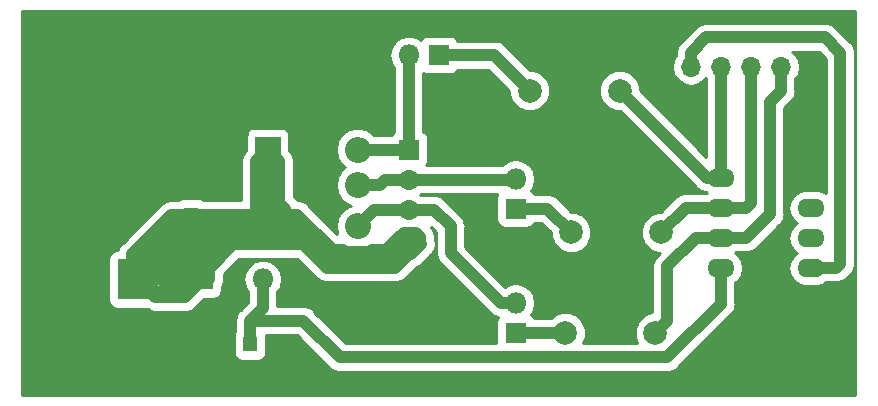
<source format=gbr>
G04 #@! TF.GenerationSoftware,KiCad,Pcbnew,(5.0.0-rc2-dev-493-gd776eaca8)*
G04 #@! TF.CreationDate,2018-06-12T16:33:06-03:00*
G04 #@! TF.ProjectId,HDDriver,48444472697665722E6B696361645F70,rev?*
G04 #@! TF.SameCoordinates,PX6052340PY57bcf00*
G04 #@! TF.FileFunction,Copper,L2,Bot,Signal*
G04 #@! TF.FilePolarity,Positive*
%FSLAX46Y46*%
G04 Gerber Fmt 4.6, Leading zero omitted, Abs format (unit mm)*
G04 Created by KiCad (PCBNEW (5.0.0-rc2-dev-493-gd776eaca8)) date Tue Jun 12 16:33:06 2018*
%MOMM*%
%LPD*%
G01*
G04 APERTURE LIST*
%ADD10C,1.300000*%
%ADD11R,1.300000X1.300000*%
%ADD12R,3.500000X3.500000*%
%ADD13R,2.200000X2.200000*%
%ADD14O,2.200000X2.200000*%
%ADD15O,1.700000X1.700000*%
%ADD16R,1.700000X1.700000*%
%ADD17C,1.998980*%
%ADD18O,2.300000X1.600000*%
%ADD19R,1.800000X1.800000*%
%ADD20O,1.800000X1.800000*%
%ADD21C,1.000000*%
%ADD22C,0.254000*%
G04 APERTURE END LIST*
D10*
X15000000Y19500000D03*
D11*
X15000000Y16000000D03*
X20000000Y5000000D03*
D10*
X22500000Y5000000D03*
D12*
X10500000Y10500000D03*
X4500000Y10500000D03*
X7500000Y5800000D03*
D13*
X21500000Y21500000D03*
D14*
X29120000Y21500000D03*
X29120000Y18500000D03*
D13*
X21500000Y18500000D03*
X21500000Y15000000D03*
D14*
X29120000Y15000000D03*
D15*
X57340000Y28500000D03*
X59880000Y28500000D03*
X62420000Y28500000D03*
X64960000Y28500000D03*
D16*
X67500000Y28500000D03*
X33500000Y21500000D03*
D15*
X33500000Y18960000D03*
X33500000Y16420000D03*
X33500000Y13880000D03*
D17*
X43690000Y26500000D03*
X51310000Y26500000D03*
X54810000Y14500000D03*
X47190000Y14500000D03*
X46690000Y6000000D03*
X54310000Y6000000D03*
D18*
X67500000Y11500000D03*
X67500000Y14040000D03*
X67500000Y16580000D03*
X67500000Y19120000D03*
X59880000Y19120000D03*
X59880000Y16580000D03*
X59880000Y14040000D03*
X59880000Y11500000D03*
D19*
X16000000Y10500000D03*
D20*
X18540000Y10500000D03*
X21080000Y10500000D03*
D19*
X36000000Y29500000D03*
D20*
X33460000Y29500000D03*
X30920000Y29500000D03*
X42500000Y21580000D03*
X42500000Y19040000D03*
D19*
X42500000Y16500000D03*
X42500000Y6000000D03*
D20*
X42500000Y8540000D03*
X42500000Y11080000D03*
D21*
X10250000Y5800000D02*
X7500000Y5800000D01*
X15112792Y5800000D02*
X10250000Y5800000D01*
X18540000Y9227208D02*
X15112792Y5800000D01*
X18540000Y10500000D02*
X18540000Y9227208D01*
X67500000Y19120000D02*
X67500000Y28500000D01*
X16000000Y10500000D02*
X15000000Y10500000D01*
X15000000Y10500000D02*
X10500000Y10500000D01*
X21500000Y18000000D02*
X21500000Y21500000D01*
X24000000Y15000000D02*
X21500000Y15000000D01*
X27000000Y12000000D02*
X24000000Y15000000D01*
X33500000Y13880000D02*
X33500000Y12677919D01*
X31620000Y12000000D02*
X27000000Y12000000D01*
X33500000Y13880000D02*
X31620000Y12000000D01*
X22000000Y16000000D02*
X21500000Y16500000D01*
X27000000Y13000000D02*
X24000000Y16000000D01*
X34436001Y13563999D02*
X34436001Y14063999D01*
X34500000Y13500000D02*
X34436001Y13563999D01*
X32560002Y14000000D02*
X32500000Y14000000D01*
X21500000Y15000000D02*
X21500000Y16500000D01*
X33677919Y12677919D02*
X34500000Y13500000D01*
X31500000Y13000000D02*
X30376002Y13000000D01*
X33500000Y12677919D02*
X33677919Y12677919D01*
X34436001Y14063999D02*
X34030001Y14469999D01*
X32500000Y14000000D02*
X31500000Y13000000D01*
X21500000Y16500000D02*
X21500000Y18000000D01*
X34030001Y14469999D02*
X33030001Y14469999D01*
X33030001Y14469999D02*
X32560002Y14000000D01*
X30176001Y12799999D02*
X28063999Y12799999D01*
X30376002Y13000000D02*
X30176001Y12799999D01*
X28063999Y12799999D02*
X27863998Y13000000D01*
X27863998Y13000000D02*
X27000000Y13000000D01*
X21500000Y15000000D02*
X21500000Y16000000D01*
X21500000Y16000000D02*
X21500000Y18500000D01*
X20500000Y20500000D02*
X21500000Y21500000D01*
X20500000Y16500000D02*
X20500000Y20500000D01*
X21500000Y15000000D02*
X21500000Y15500000D01*
X21500000Y15500000D02*
X20500000Y16500000D01*
X22500000Y17000000D02*
X22500000Y20500000D01*
X22000000Y17000000D02*
X22500000Y17000000D01*
X22500000Y20500000D02*
X21500000Y21500000D01*
X21500000Y16000000D02*
X22000000Y16500000D01*
X22000000Y16500000D02*
X22000000Y17000000D01*
X32322081Y11500000D02*
X33500000Y12677919D01*
X26500000Y11500000D02*
X32322081Y11500000D01*
X20500000Y14000000D02*
X24000000Y14000000D01*
X23000000Y16500000D02*
X22500000Y17000000D01*
X23000000Y16000000D02*
X23000000Y16500000D01*
X23000000Y16000000D02*
X22000000Y16000000D01*
X24000000Y16000000D02*
X23000000Y16000000D01*
X18600000Y15000000D02*
X16000000Y12400000D01*
X16000000Y12400000D02*
X16000000Y10500000D01*
X21500000Y15000000D02*
X18600000Y15000000D01*
X15500000Y13000000D02*
X18500000Y16000000D01*
X15000000Y13000000D02*
X15500000Y13000000D01*
X20500000Y16500000D02*
X20500000Y16000000D01*
X20500000Y16000000D02*
X20500000Y14000000D01*
X18500000Y16000000D02*
X19000000Y16000000D01*
X19000000Y16000000D02*
X20500000Y16000000D01*
X15000000Y14500000D02*
X16500000Y16000000D01*
X15000000Y14000000D02*
X15000000Y14500000D01*
X16500000Y16000000D02*
X19000000Y16000000D01*
X15000000Y16000000D02*
X16500000Y16000000D01*
X15000000Y16000000D02*
X15000000Y14000000D01*
X15000000Y13500000D02*
X17000000Y15500000D01*
X15000000Y13500000D02*
X15000000Y13000000D01*
X15000000Y14000000D02*
X15000000Y13500000D01*
X13350000Y16000000D02*
X10000000Y12650000D01*
X15000000Y16000000D02*
X13350000Y16000000D01*
X10000000Y11000000D02*
X10500000Y10500000D01*
X10000000Y12650000D02*
X10000000Y11000000D01*
X10500000Y10500000D02*
X10500000Y12000000D01*
X10500000Y12000000D02*
X13500000Y15000000D01*
X13500000Y15000000D02*
X14500000Y15000000D01*
X13500000Y14000000D02*
X14000000Y13500000D01*
X14000000Y13500000D02*
X14000000Y11500000D01*
X14000000Y11500000D02*
X13500000Y12000000D01*
X13500000Y12000000D02*
X12500000Y12000000D01*
X12500000Y12000000D02*
X13500000Y13000000D01*
X14500000Y14000000D02*
X13500000Y14000000D01*
X14500000Y15000000D02*
X14500000Y14000000D01*
X13500000Y14000000D02*
X12000000Y12500000D01*
X15000000Y11500000D02*
X12500000Y11500000D01*
X15000000Y11500000D02*
X15000000Y10500000D01*
X15000000Y13000000D02*
X15000000Y11500000D01*
X12000000Y9000000D02*
X10500000Y10500000D01*
X16000000Y10500000D02*
X14500000Y9000000D01*
X14500000Y9000000D02*
X12000000Y9000000D01*
X15000000Y10500000D02*
X14000000Y9500000D01*
X14000000Y9500000D02*
X12500000Y9500000D01*
X18400000Y14000000D02*
X20500000Y14000000D01*
X16539999Y12139999D02*
X18400000Y14000000D01*
X16500000Y10500000D02*
X16539999Y10539999D01*
X16000000Y10500000D02*
X16500000Y10500000D01*
X16579998Y11500000D02*
X18579998Y13500000D01*
X16539999Y11500000D02*
X16579998Y11500000D01*
X16539999Y11500000D02*
X16539999Y12139999D01*
X16539999Y10539999D02*
X16539999Y11500000D01*
X18579998Y13500000D02*
X23500000Y13500000D01*
X23500000Y13500000D02*
X24500000Y13500000D01*
X24000000Y14000000D02*
X24500000Y13500000D01*
X24500000Y13500000D02*
X26500000Y11500000D01*
X20000000Y5000000D02*
X20000000Y7000000D01*
X21080000Y8080000D02*
X21080000Y10500000D01*
X20000000Y7000000D02*
X21080000Y8080000D01*
X55317757Y3900509D02*
X27599491Y3900509D01*
X59880000Y11500000D02*
X59880000Y8462752D01*
X59880000Y8462752D02*
X55317757Y3900509D01*
X27599491Y3900509D02*
X24500000Y7000000D01*
X24500000Y7000000D02*
X20000000Y7000000D01*
X29120000Y21500000D02*
X33500000Y21500000D01*
X33460000Y21540000D02*
X33500000Y21500000D01*
X33460000Y29500000D02*
X33460000Y21540000D01*
X29120000Y18500000D02*
X31000000Y18500000D01*
X31460000Y18960000D02*
X33500000Y18960000D01*
X31000000Y18500000D02*
X31460000Y18960000D01*
X42420000Y18960000D02*
X42500000Y19040000D01*
X33500000Y18960000D02*
X42420000Y18960000D01*
X30540000Y16420000D02*
X33500000Y16420000D01*
X29120000Y15000000D02*
X30540000Y16420000D01*
X41227208Y8540000D02*
X37000000Y12767208D01*
X42500000Y8540000D02*
X41227208Y8540000D01*
X37000000Y12767208D02*
X37000000Y15000000D01*
X35580000Y16420000D02*
X33500000Y16420000D01*
X37000000Y15000000D02*
X35580000Y16420000D01*
X57340000Y29702081D02*
X58637919Y31000000D01*
X57340000Y28500000D02*
X57340000Y29702081D01*
X68680002Y31000000D02*
X70000000Y29680002D01*
X58637919Y31000000D02*
X68680002Y31000000D01*
X69650000Y11500000D02*
X67500000Y11500000D01*
X70000000Y11850000D02*
X69650000Y11500000D01*
X70000000Y29680002D02*
X70000000Y11850000D01*
X58690000Y19120000D02*
X59880000Y19120000D01*
X51310000Y26500000D02*
X58690000Y19120000D01*
X59880000Y19120000D02*
X59880000Y28500000D01*
X56890000Y16580000D02*
X54810000Y14500000D01*
X59880000Y16580000D02*
X56890000Y16580000D01*
X62420000Y27297919D02*
X62420000Y28500000D01*
X62420000Y16970000D02*
X62420000Y27297919D01*
X62030000Y16580000D02*
X62420000Y16970000D01*
X59880000Y16580000D02*
X62030000Y16580000D01*
X57730000Y14040000D02*
X59880000Y14040000D01*
X55309489Y11619489D02*
X57730000Y14040000D01*
X55309489Y6999489D02*
X55309489Y11619489D01*
X54310000Y6000000D02*
X55309489Y6999489D01*
X64960000Y27297919D02*
X64960000Y28500000D01*
X64960000Y26460000D02*
X64960000Y27297919D01*
X64020010Y25520010D02*
X64960000Y26460000D01*
X64020010Y16030010D02*
X64020010Y25520010D01*
X59880000Y14040000D02*
X62030000Y14040000D01*
X62030000Y14040000D02*
X64020010Y16030010D01*
X40690000Y29500000D02*
X43690000Y26500000D01*
X36000000Y29500000D02*
X40690000Y29500000D01*
X45190000Y16500000D02*
X42500000Y16500000D01*
X47190000Y14500000D02*
X45190000Y16500000D01*
X42500000Y6000000D02*
X46690000Y6000000D01*
D22*
G36*
X71265001Y735000D02*
X735000Y735000D01*
X735000Y12250000D01*
X8008758Y12250000D01*
X8008758Y8750000D01*
X8065182Y8466339D01*
X8225863Y8225863D01*
X8466339Y8065182D01*
X8750000Y8008758D01*
X11274958Y8008758D01*
X11349197Y7959153D01*
X11521248Y7844192D01*
X11879153Y7773000D01*
X11879156Y7773000D01*
X11999999Y7748963D01*
X12120842Y7773000D01*
X14379157Y7773000D01*
X14500000Y7748963D01*
X14620843Y7773000D01*
X14620847Y7773000D01*
X14978752Y7844192D01*
X15384617Y8115383D01*
X15453072Y8217833D01*
X16093997Y8858758D01*
X16900000Y8858758D01*
X17183661Y8915182D01*
X17424137Y9075863D01*
X17584818Y9316339D01*
X17641242Y9600000D01*
X17641242Y9979585D01*
X17695807Y10061247D01*
X17766999Y10419152D01*
X17766999Y10419156D01*
X17791036Y10539998D01*
X17766999Y10660841D01*
X17766999Y10951762D01*
X19088238Y12273000D01*
X23991761Y12273000D01*
X25546930Y10717830D01*
X25615383Y10615383D01*
X25717830Y10546930D01*
X25717831Y10546929D01*
X25788065Y10500000D01*
X26021248Y10344192D01*
X26379153Y10273000D01*
X26379156Y10273000D01*
X26499999Y10248963D01*
X26620842Y10273000D01*
X32201238Y10273000D01*
X32322081Y10248963D01*
X32442924Y10273000D01*
X32442928Y10273000D01*
X32800833Y10344192D01*
X33206698Y10615383D01*
X33275153Y10717833D01*
X34060253Y11502932D01*
X34156671Y11522111D01*
X34562536Y11793302D01*
X34630991Y11895752D01*
X35282170Y12546930D01*
X35384617Y12615383D01*
X35453069Y12717829D01*
X35453071Y12717831D01*
X35655808Y13021249D01*
X35751037Y13499999D01*
X35746811Y13521248D01*
X35663001Y13942589D01*
X35663001Y13943156D01*
X35687038Y14063999D01*
X35663001Y14184842D01*
X35663001Y14184845D01*
X35591809Y14542750D01*
X35329626Y14935135D01*
X35773001Y14491760D01*
X35773000Y12888051D01*
X35748963Y12767208D01*
X35773000Y12646365D01*
X35773000Y12646362D01*
X35844192Y12288457D01*
X36115383Y11882591D01*
X36217833Y11814136D01*
X40274138Y7757830D01*
X40342591Y7655383D01*
X40445038Y7586930D01*
X40445039Y7586929D01*
X40530965Y7529515D01*
X40748456Y7384192D01*
X41013893Y7331393D01*
X40915182Y7183661D01*
X40858758Y6900000D01*
X40858758Y5127509D01*
X28107731Y5127509D01*
X25453071Y7782168D01*
X25384617Y7884617D01*
X24978752Y8155808D01*
X24620847Y8227000D01*
X24620843Y8227000D01*
X24500000Y8251037D01*
X24379157Y8227000D01*
X22307000Y8227000D01*
X22307000Y9407814D01*
X22612600Y9865176D01*
X22738874Y10500000D01*
X22612600Y11134824D01*
X22253001Y11673001D01*
X21714824Y12032600D01*
X21240242Y12127000D01*
X20919758Y12127000D01*
X20445176Y12032600D01*
X19906999Y11673001D01*
X19547400Y11134824D01*
X19421126Y10500000D01*
X19547400Y9865176D01*
X19853001Y9407813D01*
X19853000Y8588241D01*
X19217832Y7953072D01*
X19115383Y7884617D01*
X18844192Y7478752D01*
X18748962Y7000000D01*
X18773001Y6879149D01*
X18773001Y6095023D01*
X18665182Y5933661D01*
X18608758Y5650000D01*
X18608758Y4350000D01*
X18665182Y4066339D01*
X18825863Y3825863D01*
X19066339Y3665182D01*
X19350000Y3608758D01*
X20650000Y3608758D01*
X20933661Y3665182D01*
X21174137Y3825863D01*
X21334818Y4066339D01*
X21391242Y4350000D01*
X21391242Y5650000D01*
X21366776Y5773000D01*
X23991761Y5773000D01*
X26646421Y3118339D01*
X26714874Y3015892D01*
X27120739Y2744701D01*
X27478644Y2673509D01*
X27478647Y2673509D01*
X27599490Y2649472D01*
X27720333Y2673509D01*
X55196914Y2673509D01*
X55317757Y2649472D01*
X55438600Y2673509D01*
X55438604Y2673509D01*
X55796509Y2744701D01*
X56202374Y3015892D01*
X56270829Y3118342D01*
X60662170Y7509682D01*
X60764617Y7578135D01*
X61035808Y7984000D01*
X61107000Y8341905D01*
X61107000Y8341909D01*
X61131037Y8462752D01*
X61107000Y8583595D01*
X61107000Y10249486D01*
X61330905Y10399095D01*
X61668402Y10904194D01*
X61786915Y11500000D01*
X61668402Y12095806D01*
X61330905Y12600905D01*
X61077837Y12770000D01*
X61142191Y12813000D01*
X61909157Y12813000D01*
X62030000Y12788963D01*
X62150843Y12813000D01*
X62150847Y12813000D01*
X62508752Y12884192D01*
X62914617Y13155383D01*
X62983072Y13257833D01*
X64802180Y15076940D01*
X64904627Y15145393D01*
X64973831Y15248963D01*
X65090915Y15424192D01*
X65175818Y15551258D01*
X65247010Y15909163D01*
X65247010Y15909166D01*
X65271047Y16030009D01*
X65247010Y16150852D01*
X65247010Y25011770D01*
X65742172Y25506932D01*
X65844617Y25575383D01*
X65913068Y25677827D01*
X65913072Y25677831D01*
X66045698Y25876321D01*
X66115808Y25981248D01*
X66187000Y26339153D01*
X66187000Y26339157D01*
X66211037Y26460000D01*
X66187000Y26580843D01*
X66187000Y27497812D01*
X66445501Y27884685D01*
X66567895Y28500000D01*
X66445501Y29115315D01*
X66096953Y29636953D01*
X65893345Y29773000D01*
X68171763Y29773000D01*
X68773000Y29171762D01*
X68773001Y17799777D01*
X68445806Y18018402D01*
X68000393Y18107000D01*
X66999607Y18107000D01*
X66554194Y18018402D01*
X66049095Y17680905D01*
X65711598Y17175806D01*
X65593085Y16580000D01*
X65711598Y15984194D01*
X66049095Y15479095D01*
X66302163Y15310000D01*
X66049095Y15140905D01*
X65711598Y14635806D01*
X65593085Y14040000D01*
X65711598Y13444194D01*
X66049095Y12939095D01*
X66302163Y12770000D01*
X66049095Y12600905D01*
X65711598Y12095806D01*
X65593085Y11500000D01*
X65711598Y10904194D01*
X66049095Y10399095D01*
X66554194Y10061598D01*
X66999607Y9973000D01*
X68000393Y9973000D01*
X68445806Y10061598D01*
X68762191Y10273000D01*
X69529157Y10273000D01*
X69650000Y10248963D01*
X69770843Y10273000D01*
X69770847Y10273000D01*
X70128752Y10344192D01*
X70534617Y10615383D01*
X70603072Y10717833D01*
X70782167Y10896928D01*
X70884617Y10965383D01*
X71155808Y11371248D01*
X71227000Y11729153D01*
X71227000Y11729157D01*
X71251037Y11850000D01*
X71227000Y11970843D01*
X71227000Y29559160D01*
X71251037Y29680003D01*
X71227000Y29800848D01*
X71227000Y29800849D01*
X71155808Y30158754D01*
X70884617Y30564619D01*
X70782170Y30633072D01*
X69633074Y31782167D01*
X69564619Y31884617D01*
X69158754Y32155808D01*
X68800849Y32227000D01*
X68800845Y32227000D01*
X68680002Y32251037D01*
X68559159Y32227000D01*
X58758762Y32227000D01*
X58637919Y32251037D01*
X58517076Y32227000D01*
X58517072Y32227000D01*
X58159167Y32155808D01*
X57753302Y31884617D01*
X57684849Y31782169D01*
X56557831Y30655151D01*
X56455384Y30586698D01*
X56184192Y30180833D01*
X56113000Y29822928D01*
X56113000Y29822924D01*
X56088963Y29702081D01*
X56113000Y29581238D01*
X56113000Y29502188D01*
X55854499Y29115315D01*
X55732105Y28500000D01*
X55854499Y27884685D01*
X56203047Y27363047D01*
X56724685Y27014499D01*
X57184681Y26923000D01*
X57495319Y26923000D01*
X57955315Y27014499D01*
X58476953Y27363047D01*
X58610000Y27562166D01*
X58653001Y27497810D01*
X58653000Y20892240D01*
X53036490Y26508749D01*
X53036490Y26843420D01*
X52773648Y27477978D01*
X52287978Y27963648D01*
X51653420Y28226490D01*
X50966580Y28226490D01*
X50332022Y27963648D01*
X49846352Y27477978D01*
X49583510Y26843420D01*
X49583510Y26156580D01*
X49846352Y25522022D01*
X50332022Y25036352D01*
X50966580Y24773510D01*
X51301251Y24773510D01*
X57736930Y18337830D01*
X57805383Y18235383D01*
X57907830Y18166930D01*
X57907831Y18166929D01*
X57969373Y18125808D01*
X58211248Y17964192D01*
X58569153Y17893000D01*
X58569156Y17893000D01*
X58638432Y17879220D01*
X58682163Y17850000D01*
X58617809Y17807000D01*
X57010842Y17807000D01*
X56889999Y17831037D01*
X56769156Y17807000D01*
X56769153Y17807000D01*
X56411248Y17735808D01*
X56171792Y17575808D01*
X56005383Y17464617D01*
X55936930Y17362170D01*
X54801251Y16226490D01*
X54466580Y16226490D01*
X53832022Y15963648D01*
X53346352Y15477978D01*
X53083510Y14843420D01*
X53083510Y14156580D01*
X53346352Y13522022D01*
X53832022Y13036352D01*
X54466580Y12773510D01*
X54728271Y12773510D01*
X54527320Y12572559D01*
X54424873Y12504106D01*
X54356420Y12401659D01*
X54356418Y12401657D01*
X54262331Y12260846D01*
X54182415Y12141242D01*
X54153681Y12098239D01*
X54058452Y11619489D01*
X54082490Y11498642D01*
X54082489Y7726490D01*
X53966580Y7726490D01*
X53332022Y7463648D01*
X52846352Y6977978D01*
X52583510Y6343420D01*
X52583510Y5656580D01*
X52802658Y5127509D01*
X48197342Y5127509D01*
X48416490Y5656580D01*
X48416490Y6343420D01*
X48153648Y6977978D01*
X47667978Y7463648D01*
X47033420Y7726490D01*
X46346580Y7726490D01*
X45712022Y7463648D01*
X45475374Y7227000D01*
X44055860Y7227000D01*
X43924137Y7424137D01*
X43776911Y7522511D01*
X44032600Y7905176D01*
X44158874Y8540000D01*
X44032600Y9174824D01*
X43673001Y9713001D01*
X43134824Y10072600D01*
X42660242Y10167000D01*
X42339758Y10167000D01*
X41865176Y10072600D01*
X41604216Y9898232D01*
X38227000Y13275447D01*
X38227000Y14879158D01*
X38251037Y15000001D01*
X38227000Y15120846D01*
X38227000Y15120847D01*
X38155808Y15478752D01*
X38117968Y15535383D01*
X37953071Y15782169D01*
X37953070Y15782170D01*
X37884617Y15884617D01*
X37782169Y15953071D01*
X36533072Y17202167D01*
X36464617Y17304617D01*
X36058752Y17575808D01*
X35700847Y17647000D01*
X35700843Y17647000D01*
X35580000Y17671037D01*
X35459157Y17647000D01*
X34502188Y17647000D01*
X34437834Y17690000D01*
X34502188Y17733000D01*
X40948149Y17733000D01*
X40915182Y17683661D01*
X40858758Y17400000D01*
X40858758Y15600000D01*
X40915182Y15316339D01*
X41075863Y15075863D01*
X41316339Y14915182D01*
X41600000Y14858758D01*
X43400000Y14858758D01*
X43683661Y14915182D01*
X43924137Y15075863D01*
X44055860Y15273000D01*
X44681761Y15273000D01*
X45463510Y14491250D01*
X45463510Y14156580D01*
X45726352Y13522022D01*
X46212022Y13036352D01*
X46846580Y12773510D01*
X47533420Y12773510D01*
X48167978Y13036352D01*
X48653648Y13522022D01*
X48916490Y14156580D01*
X48916490Y14843420D01*
X48653648Y15477978D01*
X48167978Y15963648D01*
X47533420Y16226490D01*
X47198750Y16226490D01*
X46143071Y17282168D01*
X46074617Y17384617D01*
X45668752Y17655808D01*
X45310847Y17727000D01*
X45310843Y17727000D01*
X45190000Y17751037D01*
X45069157Y17727000D01*
X44055860Y17727000D01*
X43924137Y17924137D01*
X43776911Y18022511D01*
X44032600Y18405176D01*
X44158874Y19040000D01*
X44032600Y19674824D01*
X43673001Y20213001D01*
X43134824Y20572600D01*
X42660242Y20667000D01*
X42339758Y20667000D01*
X41865176Y20572600D01*
X41326999Y20213001D01*
X41309626Y20187000D01*
X34914987Y20187000D01*
X35034818Y20366339D01*
X35091242Y20650000D01*
X35091242Y22350000D01*
X35034818Y22633661D01*
X34874137Y22874137D01*
X34687000Y22999178D01*
X34687000Y28001604D01*
X34816339Y27915182D01*
X35100000Y27858758D01*
X36900000Y27858758D01*
X37183661Y27915182D01*
X37424137Y28075863D01*
X37555860Y28273000D01*
X40181761Y28273000D01*
X41963510Y26491250D01*
X41963510Y26156580D01*
X42226352Y25522022D01*
X42712022Y25036352D01*
X43346580Y24773510D01*
X44033420Y24773510D01*
X44667978Y25036352D01*
X45153648Y25522022D01*
X45416490Y26156580D01*
X45416490Y26843420D01*
X45153648Y27477978D01*
X44667978Y27963648D01*
X44033420Y28226490D01*
X43698750Y28226490D01*
X41643072Y30282167D01*
X41574617Y30384617D01*
X41168752Y30655808D01*
X40810847Y30727000D01*
X40810843Y30727000D01*
X40690000Y30751037D01*
X40569157Y30727000D01*
X37555860Y30727000D01*
X37424137Y30924137D01*
X37183661Y31084818D01*
X36900000Y31141242D01*
X35100000Y31141242D01*
X34816339Y31084818D01*
X34575863Y30924137D01*
X34477489Y30776911D01*
X34094824Y31032600D01*
X33620242Y31127000D01*
X33299758Y31127000D01*
X32825176Y31032600D01*
X32286999Y30673001D01*
X31927400Y30134824D01*
X31801126Y29500000D01*
X31927400Y28865176D01*
X32233000Y28407814D01*
X32233001Y22945724D01*
X32125863Y22874137D01*
X32027549Y22727000D01*
X30497460Y22727000D01*
X30437194Y22817194D01*
X29832860Y23220996D01*
X29299943Y23327000D01*
X28940057Y23327000D01*
X28407140Y23220996D01*
X27802806Y22817194D01*
X27399004Y22212860D01*
X27257207Y21500000D01*
X27399004Y20787140D01*
X27802806Y20182806D01*
X28076395Y20000000D01*
X27802806Y19817194D01*
X27399004Y19212860D01*
X27257207Y18500000D01*
X27399004Y17787140D01*
X27802806Y17182806D01*
X28407140Y16779004D01*
X28552953Y16750000D01*
X28407140Y16720996D01*
X27802806Y16317194D01*
X27399004Y15712860D01*
X27257207Y15000000D01*
X27386813Y14348426D01*
X24953071Y16782168D01*
X24884617Y16884617D01*
X24478752Y17155808D01*
X24120847Y17227000D01*
X24120843Y17227000D01*
X24000000Y17251037D01*
X23976938Y17246450D01*
X23884617Y17384617D01*
X23782167Y17453072D01*
X23727000Y17508239D01*
X23727000Y20379157D01*
X23751037Y20500000D01*
X23727000Y20620843D01*
X23727000Y20620847D01*
X23655808Y20978752D01*
X23548636Y21139146D01*
X23453072Y21282168D01*
X23453070Y21282170D01*
X23384617Y21384617D01*
X23341242Y21413599D01*
X23341242Y22600000D01*
X23284818Y22883661D01*
X23124137Y23124137D01*
X22883661Y23284818D01*
X22600000Y23341242D01*
X20400000Y23341242D01*
X20116339Y23284818D01*
X19875863Y23124137D01*
X19715182Y22883661D01*
X19658758Y22600000D01*
X19658758Y21413599D01*
X19615384Y21384617D01*
X19546931Y21282170D01*
X19546929Y21282168D01*
X19417347Y21088235D01*
X19372590Y21021250D01*
X19344192Y20978750D01*
X19248963Y20500000D01*
X19273001Y20379153D01*
X19273000Y17227000D01*
X18620843Y17227000D01*
X18500000Y17251037D01*
X18379157Y17227000D01*
X16620842Y17227000D01*
X16499999Y17251037D01*
X16379156Y17227000D01*
X16095022Y17227000D01*
X15933661Y17334818D01*
X15650000Y17391242D01*
X14350000Y17391242D01*
X14066339Y17334818D01*
X13904978Y17227000D01*
X13470842Y17227000D01*
X13349999Y17251037D01*
X13229156Y17227000D01*
X13229153Y17227000D01*
X12871248Y17155808D01*
X12606263Y16978750D01*
X12465383Y16884617D01*
X12396930Y16782170D01*
X9217833Y13603072D01*
X9115383Y13534617D01*
X8844192Y13128751D01*
X8816840Y12991242D01*
X8750000Y12991242D01*
X8466339Y12934818D01*
X8225863Y12774137D01*
X8065182Y12533661D01*
X8008758Y12250000D01*
X735000Y12250000D01*
X735000Y33265000D01*
X71265000Y33265000D01*
X71265001Y735000D01*
X71265001Y735000D01*
G37*
X71265001Y735000D02*
X735000Y735000D01*
X735000Y12250000D01*
X8008758Y12250000D01*
X8008758Y8750000D01*
X8065182Y8466339D01*
X8225863Y8225863D01*
X8466339Y8065182D01*
X8750000Y8008758D01*
X11274958Y8008758D01*
X11349197Y7959153D01*
X11521248Y7844192D01*
X11879153Y7773000D01*
X11879156Y7773000D01*
X11999999Y7748963D01*
X12120842Y7773000D01*
X14379157Y7773000D01*
X14500000Y7748963D01*
X14620843Y7773000D01*
X14620847Y7773000D01*
X14978752Y7844192D01*
X15384617Y8115383D01*
X15453072Y8217833D01*
X16093997Y8858758D01*
X16900000Y8858758D01*
X17183661Y8915182D01*
X17424137Y9075863D01*
X17584818Y9316339D01*
X17641242Y9600000D01*
X17641242Y9979585D01*
X17695807Y10061247D01*
X17766999Y10419152D01*
X17766999Y10419156D01*
X17791036Y10539998D01*
X17766999Y10660841D01*
X17766999Y10951762D01*
X19088238Y12273000D01*
X23991761Y12273000D01*
X25546930Y10717830D01*
X25615383Y10615383D01*
X25717830Y10546930D01*
X25717831Y10546929D01*
X25788065Y10500000D01*
X26021248Y10344192D01*
X26379153Y10273000D01*
X26379156Y10273000D01*
X26499999Y10248963D01*
X26620842Y10273000D01*
X32201238Y10273000D01*
X32322081Y10248963D01*
X32442924Y10273000D01*
X32442928Y10273000D01*
X32800833Y10344192D01*
X33206698Y10615383D01*
X33275153Y10717833D01*
X34060253Y11502932D01*
X34156671Y11522111D01*
X34562536Y11793302D01*
X34630991Y11895752D01*
X35282170Y12546930D01*
X35384617Y12615383D01*
X35453069Y12717829D01*
X35453071Y12717831D01*
X35655808Y13021249D01*
X35751037Y13499999D01*
X35746811Y13521248D01*
X35663001Y13942589D01*
X35663001Y13943156D01*
X35687038Y14063999D01*
X35663001Y14184842D01*
X35663001Y14184845D01*
X35591809Y14542750D01*
X35329626Y14935135D01*
X35773001Y14491760D01*
X35773000Y12888051D01*
X35748963Y12767208D01*
X35773000Y12646365D01*
X35773000Y12646362D01*
X35844192Y12288457D01*
X36115383Y11882591D01*
X36217833Y11814136D01*
X40274138Y7757830D01*
X40342591Y7655383D01*
X40445038Y7586930D01*
X40445039Y7586929D01*
X40530965Y7529515D01*
X40748456Y7384192D01*
X41013893Y7331393D01*
X40915182Y7183661D01*
X40858758Y6900000D01*
X40858758Y5127509D01*
X28107731Y5127509D01*
X25453071Y7782168D01*
X25384617Y7884617D01*
X24978752Y8155808D01*
X24620847Y8227000D01*
X24620843Y8227000D01*
X24500000Y8251037D01*
X24379157Y8227000D01*
X22307000Y8227000D01*
X22307000Y9407814D01*
X22612600Y9865176D01*
X22738874Y10500000D01*
X22612600Y11134824D01*
X22253001Y11673001D01*
X21714824Y12032600D01*
X21240242Y12127000D01*
X20919758Y12127000D01*
X20445176Y12032600D01*
X19906999Y11673001D01*
X19547400Y11134824D01*
X19421126Y10500000D01*
X19547400Y9865176D01*
X19853001Y9407813D01*
X19853000Y8588241D01*
X19217832Y7953072D01*
X19115383Y7884617D01*
X18844192Y7478752D01*
X18748962Y7000000D01*
X18773001Y6879149D01*
X18773001Y6095023D01*
X18665182Y5933661D01*
X18608758Y5650000D01*
X18608758Y4350000D01*
X18665182Y4066339D01*
X18825863Y3825863D01*
X19066339Y3665182D01*
X19350000Y3608758D01*
X20650000Y3608758D01*
X20933661Y3665182D01*
X21174137Y3825863D01*
X21334818Y4066339D01*
X21391242Y4350000D01*
X21391242Y5650000D01*
X21366776Y5773000D01*
X23991761Y5773000D01*
X26646421Y3118339D01*
X26714874Y3015892D01*
X27120739Y2744701D01*
X27478644Y2673509D01*
X27478647Y2673509D01*
X27599490Y2649472D01*
X27720333Y2673509D01*
X55196914Y2673509D01*
X55317757Y2649472D01*
X55438600Y2673509D01*
X55438604Y2673509D01*
X55796509Y2744701D01*
X56202374Y3015892D01*
X56270829Y3118342D01*
X60662170Y7509682D01*
X60764617Y7578135D01*
X61035808Y7984000D01*
X61107000Y8341905D01*
X61107000Y8341909D01*
X61131037Y8462752D01*
X61107000Y8583595D01*
X61107000Y10249486D01*
X61330905Y10399095D01*
X61668402Y10904194D01*
X61786915Y11500000D01*
X61668402Y12095806D01*
X61330905Y12600905D01*
X61077837Y12770000D01*
X61142191Y12813000D01*
X61909157Y12813000D01*
X62030000Y12788963D01*
X62150843Y12813000D01*
X62150847Y12813000D01*
X62508752Y12884192D01*
X62914617Y13155383D01*
X62983072Y13257833D01*
X64802180Y15076940D01*
X64904627Y15145393D01*
X64973831Y15248963D01*
X65090915Y15424192D01*
X65175818Y15551258D01*
X65247010Y15909163D01*
X65247010Y15909166D01*
X65271047Y16030009D01*
X65247010Y16150852D01*
X65247010Y25011770D01*
X65742172Y25506932D01*
X65844617Y25575383D01*
X65913068Y25677827D01*
X65913072Y25677831D01*
X66045698Y25876321D01*
X66115808Y25981248D01*
X66187000Y26339153D01*
X66187000Y26339157D01*
X66211037Y26460000D01*
X66187000Y26580843D01*
X66187000Y27497812D01*
X66445501Y27884685D01*
X66567895Y28500000D01*
X66445501Y29115315D01*
X66096953Y29636953D01*
X65893345Y29773000D01*
X68171763Y29773000D01*
X68773000Y29171762D01*
X68773001Y17799777D01*
X68445806Y18018402D01*
X68000393Y18107000D01*
X66999607Y18107000D01*
X66554194Y18018402D01*
X66049095Y17680905D01*
X65711598Y17175806D01*
X65593085Y16580000D01*
X65711598Y15984194D01*
X66049095Y15479095D01*
X66302163Y15310000D01*
X66049095Y15140905D01*
X65711598Y14635806D01*
X65593085Y14040000D01*
X65711598Y13444194D01*
X66049095Y12939095D01*
X66302163Y12770000D01*
X66049095Y12600905D01*
X65711598Y12095806D01*
X65593085Y11500000D01*
X65711598Y10904194D01*
X66049095Y10399095D01*
X66554194Y10061598D01*
X66999607Y9973000D01*
X68000393Y9973000D01*
X68445806Y10061598D01*
X68762191Y10273000D01*
X69529157Y10273000D01*
X69650000Y10248963D01*
X69770843Y10273000D01*
X69770847Y10273000D01*
X70128752Y10344192D01*
X70534617Y10615383D01*
X70603072Y10717833D01*
X70782167Y10896928D01*
X70884617Y10965383D01*
X71155808Y11371248D01*
X71227000Y11729153D01*
X71227000Y11729157D01*
X71251037Y11850000D01*
X71227000Y11970843D01*
X71227000Y29559160D01*
X71251037Y29680003D01*
X71227000Y29800848D01*
X71227000Y29800849D01*
X71155808Y30158754D01*
X70884617Y30564619D01*
X70782170Y30633072D01*
X69633074Y31782167D01*
X69564619Y31884617D01*
X69158754Y32155808D01*
X68800849Y32227000D01*
X68800845Y32227000D01*
X68680002Y32251037D01*
X68559159Y32227000D01*
X58758762Y32227000D01*
X58637919Y32251037D01*
X58517076Y32227000D01*
X58517072Y32227000D01*
X58159167Y32155808D01*
X57753302Y31884617D01*
X57684849Y31782169D01*
X56557831Y30655151D01*
X56455384Y30586698D01*
X56184192Y30180833D01*
X56113000Y29822928D01*
X56113000Y29822924D01*
X56088963Y29702081D01*
X56113000Y29581238D01*
X56113000Y29502188D01*
X55854499Y29115315D01*
X55732105Y28500000D01*
X55854499Y27884685D01*
X56203047Y27363047D01*
X56724685Y27014499D01*
X57184681Y26923000D01*
X57495319Y26923000D01*
X57955315Y27014499D01*
X58476953Y27363047D01*
X58610000Y27562166D01*
X58653001Y27497810D01*
X58653000Y20892240D01*
X53036490Y26508749D01*
X53036490Y26843420D01*
X52773648Y27477978D01*
X52287978Y27963648D01*
X51653420Y28226490D01*
X50966580Y28226490D01*
X50332022Y27963648D01*
X49846352Y27477978D01*
X49583510Y26843420D01*
X49583510Y26156580D01*
X49846352Y25522022D01*
X50332022Y25036352D01*
X50966580Y24773510D01*
X51301251Y24773510D01*
X57736930Y18337830D01*
X57805383Y18235383D01*
X57907830Y18166930D01*
X57907831Y18166929D01*
X57969373Y18125808D01*
X58211248Y17964192D01*
X58569153Y17893000D01*
X58569156Y17893000D01*
X58638432Y17879220D01*
X58682163Y17850000D01*
X58617809Y17807000D01*
X57010842Y17807000D01*
X56889999Y17831037D01*
X56769156Y17807000D01*
X56769153Y17807000D01*
X56411248Y17735808D01*
X56171792Y17575808D01*
X56005383Y17464617D01*
X55936930Y17362170D01*
X54801251Y16226490D01*
X54466580Y16226490D01*
X53832022Y15963648D01*
X53346352Y15477978D01*
X53083510Y14843420D01*
X53083510Y14156580D01*
X53346352Y13522022D01*
X53832022Y13036352D01*
X54466580Y12773510D01*
X54728271Y12773510D01*
X54527320Y12572559D01*
X54424873Y12504106D01*
X54356420Y12401659D01*
X54356418Y12401657D01*
X54262331Y12260846D01*
X54182415Y12141242D01*
X54153681Y12098239D01*
X54058452Y11619489D01*
X54082490Y11498642D01*
X54082489Y7726490D01*
X53966580Y7726490D01*
X53332022Y7463648D01*
X52846352Y6977978D01*
X52583510Y6343420D01*
X52583510Y5656580D01*
X52802658Y5127509D01*
X48197342Y5127509D01*
X48416490Y5656580D01*
X48416490Y6343420D01*
X48153648Y6977978D01*
X47667978Y7463648D01*
X47033420Y7726490D01*
X46346580Y7726490D01*
X45712022Y7463648D01*
X45475374Y7227000D01*
X44055860Y7227000D01*
X43924137Y7424137D01*
X43776911Y7522511D01*
X44032600Y7905176D01*
X44158874Y8540000D01*
X44032600Y9174824D01*
X43673001Y9713001D01*
X43134824Y10072600D01*
X42660242Y10167000D01*
X42339758Y10167000D01*
X41865176Y10072600D01*
X41604216Y9898232D01*
X38227000Y13275447D01*
X38227000Y14879158D01*
X38251037Y15000001D01*
X38227000Y15120846D01*
X38227000Y15120847D01*
X38155808Y15478752D01*
X38117968Y15535383D01*
X37953071Y15782169D01*
X37953070Y15782170D01*
X37884617Y15884617D01*
X37782169Y15953071D01*
X36533072Y17202167D01*
X36464617Y17304617D01*
X36058752Y17575808D01*
X35700847Y17647000D01*
X35700843Y17647000D01*
X35580000Y17671037D01*
X35459157Y17647000D01*
X34502188Y17647000D01*
X34437834Y17690000D01*
X34502188Y17733000D01*
X40948149Y17733000D01*
X40915182Y17683661D01*
X40858758Y17400000D01*
X40858758Y15600000D01*
X40915182Y15316339D01*
X41075863Y15075863D01*
X41316339Y14915182D01*
X41600000Y14858758D01*
X43400000Y14858758D01*
X43683661Y14915182D01*
X43924137Y15075863D01*
X44055860Y15273000D01*
X44681761Y15273000D01*
X45463510Y14491250D01*
X45463510Y14156580D01*
X45726352Y13522022D01*
X46212022Y13036352D01*
X46846580Y12773510D01*
X47533420Y12773510D01*
X48167978Y13036352D01*
X48653648Y13522022D01*
X48916490Y14156580D01*
X48916490Y14843420D01*
X48653648Y15477978D01*
X48167978Y15963648D01*
X47533420Y16226490D01*
X47198750Y16226490D01*
X46143071Y17282168D01*
X46074617Y17384617D01*
X45668752Y17655808D01*
X45310847Y17727000D01*
X45310843Y17727000D01*
X45190000Y17751037D01*
X45069157Y17727000D01*
X44055860Y17727000D01*
X43924137Y17924137D01*
X43776911Y18022511D01*
X44032600Y18405176D01*
X44158874Y19040000D01*
X44032600Y19674824D01*
X43673001Y20213001D01*
X43134824Y20572600D01*
X42660242Y20667000D01*
X42339758Y20667000D01*
X41865176Y20572600D01*
X41326999Y20213001D01*
X41309626Y20187000D01*
X34914987Y20187000D01*
X35034818Y20366339D01*
X35091242Y20650000D01*
X35091242Y22350000D01*
X35034818Y22633661D01*
X34874137Y22874137D01*
X34687000Y22999178D01*
X34687000Y28001604D01*
X34816339Y27915182D01*
X35100000Y27858758D01*
X36900000Y27858758D01*
X37183661Y27915182D01*
X37424137Y28075863D01*
X37555860Y28273000D01*
X40181761Y28273000D01*
X41963510Y26491250D01*
X41963510Y26156580D01*
X42226352Y25522022D01*
X42712022Y25036352D01*
X43346580Y24773510D01*
X44033420Y24773510D01*
X44667978Y25036352D01*
X45153648Y25522022D01*
X45416490Y26156580D01*
X45416490Y26843420D01*
X45153648Y27477978D01*
X44667978Y27963648D01*
X44033420Y28226490D01*
X43698750Y28226490D01*
X41643072Y30282167D01*
X41574617Y30384617D01*
X41168752Y30655808D01*
X40810847Y30727000D01*
X40810843Y30727000D01*
X40690000Y30751037D01*
X40569157Y30727000D01*
X37555860Y30727000D01*
X37424137Y30924137D01*
X37183661Y31084818D01*
X36900000Y31141242D01*
X35100000Y31141242D01*
X34816339Y31084818D01*
X34575863Y30924137D01*
X34477489Y30776911D01*
X34094824Y31032600D01*
X33620242Y31127000D01*
X33299758Y31127000D01*
X32825176Y31032600D01*
X32286999Y30673001D01*
X31927400Y30134824D01*
X31801126Y29500000D01*
X31927400Y28865176D01*
X32233000Y28407814D01*
X32233001Y22945724D01*
X32125863Y22874137D01*
X32027549Y22727000D01*
X30497460Y22727000D01*
X30437194Y22817194D01*
X29832860Y23220996D01*
X29299943Y23327000D01*
X28940057Y23327000D01*
X28407140Y23220996D01*
X27802806Y22817194D01*
X27399004Y22212860D01*
X27257207Y21500000D01*
X27399004Y20787140D01*
X27802806Y20182806D01*
X28076395Y20000000D01*
X27802806Y19817194D01*
X27399004Y19212860D01*
X27257207Y18500000D01*
X27399004Y17787140D01*
X27802806Y17182806D01*
X28407140Y16779004D01*
X28552953Y16750000D01*
X28407140Y16720996D01*
X27802806Y16317194D01*
X27399004Y15712860D01*
X27257207Y15000000D01*
X27386813Y14348426D01*
X24953071Y16782168D01*
X24884617Y16884617D01*
X24478752Y17155808D01*
X24120847Y17227000D01*
X24120843Y17227000D01*
X24000000Y17251037D01*
X23976938Y17246450D01*
X23884617Y17384617D01*
X23782167Y17453072D01*
X23727000Y17508239D01*
X23727000Y20379157D01*
X23751037Y20500000D01*
X23727000Y20620843D01*
X23727000Y20620847D01*
X23655808Y20978752D01*
X23548636Y21139146D01*
X23453072Y21282168D01*
X23453070Y21282170D01*
X23384617Y21384617D01*
X23341242Y21413599D01*
X23341242Y22600000D01*
X23284818Y22883661D01*
X23124137Y23124137D01*
X22883661Y23284818D01*
X22600000Y23341242D01*
X20400000Y23341242D01*
X20116339Y23284818D01*
X19875863Y23124137D01*
X19715182Y22883661D01*
X19658758Y22600000D01*
X19658758Y21413599D01*
X19615384Y21384617D01*
X19546931Y21282170D01*
X19546929Y21282168D01*
X19417347Y21088235D01*
X19372590Y21021250D01*
X19344192Y20978750D01*
X19248963Y20500000D01*
X19273001Y20379153D01*
X19273000Y17227000D01*
X18620843Y17227000D01*
X18500000Y17251037D01*
X18379157Y17227000D01*
X16620842Y17227000D01*
X16499999Y17251037D01*
X16379156Y17227000D01*
X16095022Y17227000D01*
X15933661Y17334818D01*
X15650000Y17391242D01*
X14350000Y17391242D01*
X14066339Y17334818D01*
X13904978Y17227000D01*
X13470842Y17227000D01*
X13349999Y17251037D01*
X13229156Y17227000D01*
X13229153Y17227000D01*
X12871248Y17155808D01*
X12606263Y16978750D01*
X12465383Y16884617D01*
X12396930Y16782170D01*
X9217833Y13603072D01*
X9115383Y13534617D01*
X8844192Y13128751D01*
X8816840Y12991242D01*
X8750000Y12991242D01*
X8466339Y12934818D01*
X8225863Y12774137D01*
X8065182Y12533661D01*
X8008758Y12250000D01*
X735000Y12250000D01*
X735000Y33265000D01*
X71265000Y33265000D01*
X71265001Y735000D01*
M02*

</source>
